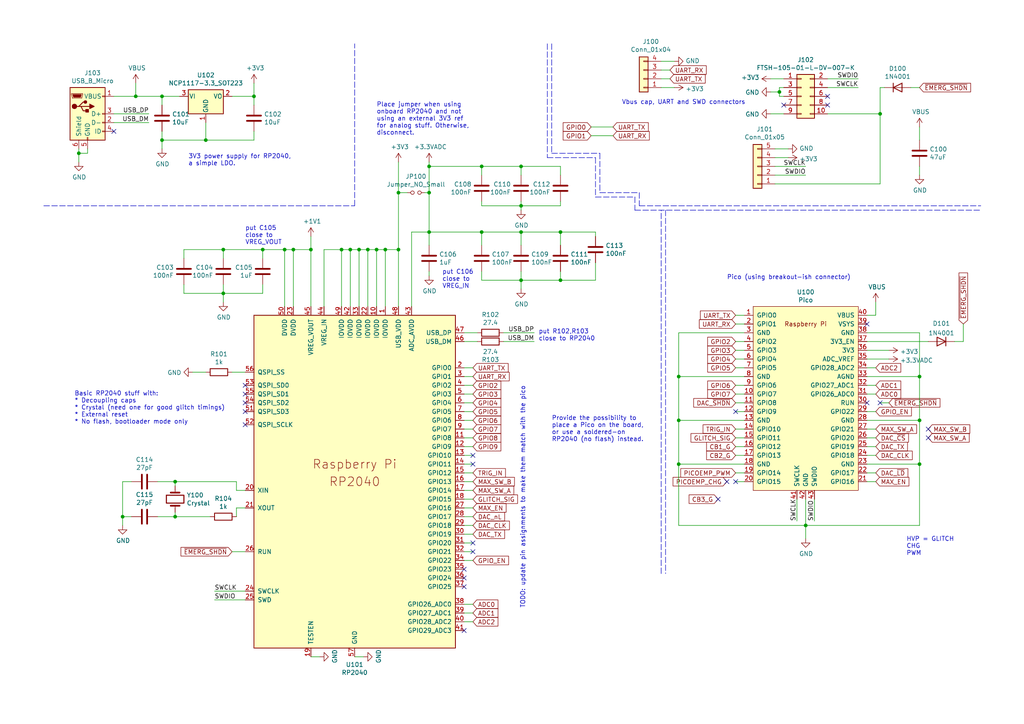
<source format=kicad_sch>
(kicad_sch (version 20211123) (generator eeschema)
  (paper "A4")
  (lib_symbols
    (symbol "Connector:USB_B_Micro" (pin_names (offset 1.016))
      (property "Reference" "J" (at -5.08 11.43 0))
      (property "Value" "USB_B_Micro" (at -5.08 8.89 0))
      (symbol "USB_B_Micro_1_1"
        (pin power_out line (at 7.62 5.08 180) (length 2.54) (name "VBUS") (number "1"))
        (pin bidirectional line (at 7.62 -2.54 180) (length 2.54) (name "D-") (number "2"))
        (pin bidirectional line (at 7.62 0 180) (length 2.54) (name "D+") (number "3"))
        (pin passive line (at 7.62 -5.08 180) (length 2.54) (name "ID") (number "4"))
        (pin power_out line (at 0 -10.16 90) (length 2.54) (name "GND") (number "5"))
        (pin passive line (at -2.54 -10.16 90) (length 2.54) (name "Shield") (number "6"))
      )
    )
    (symbol "Connector_Generic:Conn_01x04" (pin_names (offset 1.016) hide)
      (property "Reference" "J" (at 0 5.08 0))
      (property "Value" "Conn_01x04" (at 0 -7.62 0))
      (symbol "Conn_01x04_1_1"
        (pin passive line (at -5.08 2.54 0) (length 3.81) (name "Pin_1") (number "1"))
        (pin passive line (at -5.08 0 0) (length 3.81) (name "Pin_2") (number "2"))
        (pin passive line (at -5.08 -2.54 0) (length 3.81) (name "Pin_3") (number "3"))
        (pin passive line (at -5.08 -5.08 0) (length 3.81) (name "Pin_4") (number "4"))
      )
    )
    (symbol "Connector_Generic:Conn_01x05" (pin_names (offset 1.016) hide)
      (property "Reference" "J" (at 0 7.62 0))
      (property "Value" "Conn_01x05" (at 0 -7.62 0))
      (symbol "Conn_01x05_1_1"
        (pin passive line (at -5.08 5.08 0) (length 3.81) (name "Pin_1") (number "1"))
        (pin passive line (at -5.08 2.54 0) (length 3.81) (name "Pin_2") (number "2"))
        (pin passive line (at -5.08 0 0) (length 3.81) (name "Pin_3") (number "3"))
        (pin passive line (at -5.08 -2.54 0) (length 3.81) (name "Pin_4") (number "4"))
        (pin passive line (at -5.08 -5.08 0) (length 3.81) (name "Pin_5") (number "5"))
      )
    )
    (symbol "Connector_Generic:Conn_02x05_Odd_Even" (pin_names (offset 1.016) hide)
      (property "Reference" "J" (at 1.27 7.62 0))
      (property "Value" "Conn_02x05_Odd_Even" (at 1.27 -7.62 0))
      (symbol "Conn_02x05_Odd_Even_1_1"
        (pin passive line (at -5.08 5.08 0) (length 3.81) (name "Pin_1") (number "1"))
        (pin passive line (at 7.62 -5.08 180) (length 3.81) (name "Pin_10") (number "10"))
        (pin passive line (at 7.62 5.08 180) (length 3.81) (name "Pin_2") (number "2"))
        (pin passive line (at -5.08 2.54 0) (length 3.81) (name "Pin_3") (number "3"))
        (pin passive line (at 7.62 2.54 180) (length 3.81) (name "Pin_4") (number "4"))
        (pin passive line (at -5.08 0 0) (length 3.81) (name "Pin_5") (number "5"))
        (pin passive line (at 7.62 0 180) (length 3.81) (name "Pin_6") (number "6"))
        (pin passive line (at -5.08 -2.54 0) (length 3.81) (name "Pin_7") (number "7"))
        (pin passive line (at 7.62 -2.54 180) (length 3.81) (name "Pin_8") (number "8"))
        (pin passive line (at -5.08 -5.08 0) (length 3.81) (name "Pin_9") (number "9"))
      )
    )
    (symbol "Device:C" (pin_numbers hide) (pin_names (offset 0.254))
      (property "Reference" "C" (at 0.635 2.54 0))
      (property "Value" "C" (at 0.635 -2.54 0))
      (symbol "C_1_1"
        (pin passive line (at 0 3.81 270) (length 2.794) (name "~") (number "1"))
        (pin passive line (at 0 -3.81 90) (length 2.794) (name "~") (number "2"))
      )
    )
    (symbol "Device:Crystal" (pin_numbers hide) (pin_names (offset 1.016) hide)
      (property "Reference" "Y" (at 0 3.81 0))
      (property "Value" "Crystal" (at 0 -3.81 0))
      (symbol "Crystal_1_1"
        (pin passive line (at -3.81 0 0) (length 1.27) (name "1") (number "1"))
        (pin passive line (at 3.81 0 180) (length 1.27) (name "2") (number "2"))
      )
    )
    (symbol "Device:D" (pin_numbers hide) (pin_names (offset 1.016) hide)
      (property "Reference" "D" (at 0 2.54 0))
      (property "Value" "D" (at 0 -2.54 0))
      (symbol "D_1_1"
        (pin passive line (at -3.81 0 0) (length 2.54) (name "K") (number "1"))
        (pin passive line (at 3.81 0 180) (length 2.54) (name "A") (number "2"))
      )
    )
    (symbol "Device:Jumper_NO_Small" (pin_numbers hide) (pin_names (offset 0.762) hide)
      (property "Reference" "JP" (at 0 2.032 0))
      (property "Value" "Device_Jumper_NO_Small" (at 0.254 -1.524 0))
      (symbol "Jumper_NO_Small_0_1"
        (pin passive line (at -2.54 0 0) (length 1.016) (name "1") (number "1"))
        (pin passive line (at 2.54 0 180) (length 1.016) (name "2") (number "2"))
      )
    )
    (symbol "Device:R" (pin_numbers hide) (pin_names (offset 0))
      (property "Reference" "R" (at 2.032 0 90))
      (property "Value" "R" (at 0 0 90))
      (symbol "R_1_1"
        (pin passive line (at 0 3.81 270) (length 1.27) (name "~") (number "1"))
        (pin passive line (at 0 -3.81 90) (length 1.27) (name "~") (number "2"))
      )
    )
    (symbol "Diode:1N4001" (pin_numbers hide) (pin_names (offset 1.016) hide)
      (property "Reference" "D" (at 0 2.54 0))
      (property "Value" "1N4001" (at 0 -2.54 0))
      (symbol "1N4001_1_1"
        (pin passive line (at -3.81 0 0) (length 2.54) (name "K") (number "1"))
        (pin passive line (at 3.81 0 180) (length 2.54) (name "A") (number "2"))
      )
    )
    (symbol "MCU_RaspberryPi_and_Boards:Pico" (pin_names (offset 1.016))
      (property "Reference" "U" (at -13.97 27.94 0))
      (property "Value" "Pico" (at 0 19.05 0))
      (symbol "Pico_0_0"
        (text "Raspberry Pi" (at 0 21.59 0) (effects (font (size 1.27 1.27))))
      )
      (symbol "Pico_1_1"
        (pin bidirectional line (at -17.78 24.13 0) (length 2.54) (name "GPIO0") (number "1"))
        (pin bidirectional line (at -17.78 1.27 0) (length 2.54) (name "GPIO7") (number "10"))
        (pin bidirectional line (at -17.78 -1.27 0) (length 2.54) (name "GPIO8") (number "11"))
        (pin bidirectional line (at -17.78 -3.81 0) (length 2.54) (name "GPIO9") (number "12"))
        (pin power_in line (at -17.78 -6.35 0) (length 2.54) (name "GND") (number "13"))
        (pin bidirectional line (at -17.78 -8.89 0) (length 2.54) (name "GPIO10") (number "14"))
        (pin bidirectional line (at -17.78 -11.43 0) (length 2.54) (name "GPIO11") (number "15"))
        (pin bidirectional line (at -17.78 -13.97 0) (length 2.54) (name "GPIO12") (number "16"))
        (pin bidirectional line (at -17.78 -16.51 0) (length 2.54) (name "GPIO13") (number "17"))
        (pin power_in line (at -17.78 -19.05 0) (length 2.54) (name "GND") (number "18"))
        (pin bidirectional line (at -17.78 -21.59 0) (length 2.54) (name "GPIO14") (number "19"))
        (pin bidirectional line (at -17.78 21.59 0) (length 2.54) (name "GPIO1") (number "2"))
        (pin bidirectional line (at -17.78 -24.13 0) (length 2.54) (name "GPIO15") (number "20"))
        (pin bidirectional line (at 17.78 -24.13 180) (length 2.54) (name "GPIO16") (number "21"))
        (pin bidirectional line (at 17.78 -21.59 180) (length 2.54) (name "GPIO17") (number "22"))
        (pin power_in line (at 17.78 -19.05 180) (length 2.54) (name "GND") (number "23"))
        (pin bidirectional line (at 17.78 -16.51 180) (length 2.54) (name "GPIO18") (number "24"))
        (pin bidirectional line (at 17.78 -13.97 180) (length 2.54) (name "GPIO19") (number "25"))
        (pin bidirectional line (at 17.78 -11.43 180) (length 2.54) (name "GPIO20") (number "26"))
        (pin bidirectional line (at 17.78 -8.89 180) (length 2.54) (name "GPIO21") (number "27"))
        (pin power_in line (at 17.78 -6.35 180) (length 2.54) (name "GND") (number "28"))
        (pin bidirectional line (at 17.78 -3.81 180) (length 2.54) (name "GPIO22") (number "29"))
        (pin power_in line (at -17.78 19.05 0) (length 2.54) (name "GND") (number "3"))
        (pin input line (at 17.78 -1.27 180) (length 2.54) (name "RUN") (number "30"))
        (pin bidirectional line (at 17.78 1.27 180) (length 2.54) (name "GPIO26_ADC0") (number "31"))
        (pin bidirectional line (at 17.78 3.81 180) (length 2.54) (name "GPIO27_ADC1") (number "32"))
        (pin power_in line (at 17.78 6.35 180) (length 2.54) (name "AGND") (number "33"))
        (pin bidirectional line (at 17.78 8.89 180) (length 2.54) (name "GPIO28_ADC2") (number "34"))
        (pin unspecified line (at 17.78 11.43 180) (length 2.54) (name "ADC_VREF") (number "35"))
        (pin unspecified line (at 17.78 13.97 180) (length 2.54) (name "3V3") (number "36"))
        (pin input line (at 17.78 16.51 180) (length 2.54) (name "3V3_EN") (number "37"))
        (pin bidirectional line (at 17.78 19.05 180) (length 2.54) (name "GND") (number "38"))
        (pin unspecified line (at 17.78 21.59 180) (length 2.54) (name "VSYS") (number "39"))
        (pin bidirectional line (at -17.78 16.51 0) (length 2.54) (name "GPIO2") (number "4"))
        (pin unspecified line (at 17.78 24.13 180) (length 2.54) (name "VBUS") (number "40"))
        (pin input line (at -2.54 -29.21 90) (length 2.54) (name "SWCLK") (number "41"))
        (pin power_in line (at 0 -29.21 90) (length 2.54) (name "GND") (number "42"))
        (pin bidirectional line (at 2.54 -29.21 90) (length 2.54) (name "SWDIO") (number "43"))
        (pin bidirectional line (at -17.78 13.97 0) (length 2.54) (name "GPIO3") (number "5"))
        (pin bidirectional line (at -17.78 11.43 0) (length 2.54) (name "GPIO4") (number "6"))
        (pin bidirectional line (at -17.78 8.89 0) (length 2.54) (name "GPIO5") (number "7"))
        (pin power_in line (at -17.78 6.35 0) (length 2.54) (name "GND") (number "8"))
        (pin bidirectional line (at -17.78 3.81 0) (length 2.54) (name "GPIO6") (number "9"))
      )
    )
    (symbol "MCU_RaspberryPi_and_Boards:RP2040" (pin_names (offset 1.016))
      (property "Reference" "U" (at -29.21 49.53 0))
      (property "Value" "RP2040" (at 24.13 -49.53 0))
      (symbol "RP2040_0_0"
        (text "Raspberry Pi" (at 0 5.08 0) (effects (font (size 2.54 2.54))))
        (text "RP2040" (at 0 0 0) (effects (font (size 2.54 2.54))))
      )
      (symbol "RP2040_1_1"
        (pin power_in line (at 8.89 50.8 270) (length 2.54) (name "IOVDD") (number "1"))
        (pin power_in line (at 6.35 50.8 270) (length 2.54) (name "IOVDD") (number "10"))
        (pin bidirectional line (at 31.75 12.7 180) (length 2.54) (name "GPIO8") (number "11"))
        (pin bidirectional line (at 31.75 10.16 180) (length 2.54) (name "GPIO9") (number "12"))
        (pin bidirectional line (at 31.75 7.62 180) (length 2.54) (name "GPIO10") (number "13"))
        (pin bidirectional line (at 31.75 5.08 180) (length 2.54) (name "GPIO11") (number "14"))
        (pin bidirectional line (at 31.75 2.54 180) (length 2.54) (name "GPIO12") (number "15"))
        (pin bidirectional line (at 31.75 0 180) (length 2.54) (name "GPIO13") (number "16"))
        (pin bidirectional line (at 31.75 -2.54 180) (length 2.54) (name "GPIO14") (number "17"))
        (pin bidirectional line (at 31.75 -5.08 180) (length 2.54) (name "GPIO15") (number "18"))
        (pin passive line (at -12.7 -50.8 90) (length 2.54) (name "TESTEN") (number "19"))
        (pin bidirectional line (at 31.75 33.02 180) (length 2.54) (name "GPIO0") (number "2"))
        (pin input line (at -31.75 -2.54 0) (length 2.54) (name "XIN") (number "20"))
        (pin passive line (at -31.75 -7.62 0) (length 2.54) (name "XOUT") (number "21"))
        (pin power_in line (at 3.81 50.8 270) (length 2.54) (name "IOVDD") (number "22"))
        (pin power_in line (at -17.78 50.8 270) (length 2.54) (name "DVDD") (number "23"))
        (pin output line (at -31.75 -31.75 0) (length 2.54) (name "SWCLK") (number "24"))
        (pin bidirectional line (at -31.75 -34.29 0) (length 2.54) (name "SWD") (number "25"))
        (pin input line (at -31.75 -20.32 0) (length 2.54) (name "RUN") (number "26"))
        (pin bidirectional line (at 31.75 -7.62 180) (length 2.54) (name "GPIO16") (number "27"))
        (pin bidirectional line (at 31.75 -10.16 180) (length 2.54) (name "GPIO17") (number "28"))
        (pin bidirectional line (at 31.75 -12.7 180) (length 2.54) (name "GPIO18") (number "29"))
        (pin bidirectional line (at 31.75 30.48 180) (length 2.54) (name "GPIO1") (number "3"))
        (pin bidirectional line (at 31.75 -15.24 180) (length 2.54) (name "GPIO19") (number "30"))
        (pin bidirectional line (at 31.75 -17.78 180) (length 2.54) (name "GPIO20") (number "31"))
        (pin bidirectional line (at 31.75 -20.32 180) (length 2.54) (name "GPIO21") (number "32"))
        (pin power_in line (at 1.27 50.8 270) (length 2.54) (name "IOVDD") (number "33"))
        (pin bidirectional line (at 31.75 -22.86 180) (length 2.54) (name "GPIO22") (number "34"))
        (pin bidirectional line (at 31.75 -25.4 180) (length 2.54) (name "GPIO23") (number "35"))
        (pin bidirectional line (at 31.75 -27.94 180) (length 2.54) (name "GPIO24") (number "36"))
        (pin bidirectional line (at 31.75 -30.48 180) (length 2.54) (name "GPIO25") (number "37"))
        (pin bidirectional line (at 31.75 -35.56 180) (length 2.54) (name "GPIO26_ADC0") (number "38"))
        (pin bidirectional line (at 31.75 -38.1 180) (length 2.54) (name "GPIO27_ADC1") (number "39"))
        (pin bidirectional line (at 31.75 27.94 180) (length 2.54) (name "GPIO2") (number "4"))
        (pin bidirectional line (at 31.75 -40.64 180) (length 2.54) (name "GPIO28_ADC2") (number "40"))
        (pin bidirectional line (at 31.75 -43.18 180) (length 2.54) (name "GPIO29_ADC3") (number "41"))
        (pin power_in line (at -1.27 50.8 270) (length 2.54) (name "IOVDD") (number "42"))
        (pin power_in line (at 16.51 50.8 270) (length 2.54) (name "ADC_AVDD") (number "43"))
        (pin power_in line (at -8.89 50.8 270) (length 2.54) (name "VREG_IN") (number "44"))
        (pin power_out line (at -12.7 50.8 270) (length 2.54) (name "VREG_VOUT") (number "45"))
        (pin bidirectional line (at 31.75 40.64 180) (length 2.54) (name "USB_DM") (number "46"))
        (pin bidirectional line (at 31.75 43.18 180) (length 2.54) (name "USB_DP") (number "47"))
        (pin power_in line (at 12.7 50.8 270) (length 2.54) (name "USB_VDD") (number "48"))
        (pin power_in line (at -3.81 50.8 270) (length 2.54) (name "IOVDD") (number "49"))
        (pin bidirectional line (at 31.75 25.4 180) (length 2.54) (name "GPIO3") (number "5"))
        (pin power_in line (at -20.32 50.8 270) (length 2.54) (name "DVDD") (number "50"))
        (pin bidirectional line (at -31.75 20.32 0) (length 2.54) (name "QSPI_SD3") (number "51"))
        (pin output line (at -31.75 16.51 0) (length 2.54) (name "QSPI_SCLK") (number "52"))
        (pin bidirectional line (at -31.75 27.94 0) (length 2.54) (name "QSPI_SD0") (number "53"))
        (pin bidirectional line (at -31.75 22.86 0) (length 2.54) (name "QSPI_SD2") (number "54"))
        (pin bidirectional line (at -31.75 25.4 0) (length 2.54) (name "QSPI_SD1") (number "55"))
        (pin bidirectional line (at -31.75 31.75 0) (length 2.54) (name "QSPI_SS") (number "56"))
        (pin power_in line (at 0 -50.8 90) (length 2.54) (name "GND") (number "57"))
        (pin bidirectional line (at 31.75 22.86 180) (length 2.54) (name "GPIO4") (number "6"))
        (pin bidirectional line (at 31.75 20.32 180) (length 2.54) (name "GPIO5") (number "7"))
        (pin bidirectional line (at 31.75 17.78 180) (length 2.54) (name "GPIO6") (number "8"))
        (pin bidirectional line (at 31.75 15.24 180) (length 2.54) (name "GPIO7") (number "9"))
      )
    )
    (symbol "Regulator_Linear:NCP1117-3.3_SOT223" (pin_names (offset 0.254))
      (property "Reference" "U" (at -3.81 3.175 0))
      (property "Value" "NCP1117-3.3_SOT223" (at 0 3.175 0))
      (symbol "NCP1117-3.3_SOT223_1_1"
        (pin power_in line (at 0 -7.62 90) (length 2.54) (name "GND") (number "1"))
        (pin power_out line (at 7.62 0 180) (length 2.54) (name "VO") (number "2"))
        (pin power_in line (at -7.62 0 0) (length 2.54) (name "VI") (number "3"))
      )
    )
    (symbol "power:+1V1" (power) (pin_names (offset 0))
      (property "Value" "+1V1" (at 0 3.556 0))
      (symbol "+1V1_1_1"
        (pin power_in line (at 0 0 90) (length 0) hide (name "+1V1") (number "1"))
      )
    )
    (symbol "power:+3.3VADC" (power) (pin_names (offset 0))
      (property "Value" "+3.3VADC" (at 0 2.54 0))
      (symbol "+3.3VADC_0_0"
        (pin power_in line (at 0 0 90) (length 0) hide (name "+3.3VADC") (number "1"))
      )
    )
    (symbol "power:+3V3" (power) (pin_names (offset 0))
      (property "Value" "+3V3" (at 0 3.556 0))
      (symbol "+3V3_1_1"
        (pin power_in line (at 0 0 90) (length 0) hide (name "+3V3") (number "1"))
      )
    )
    (symbol "power:GND" (power) (pin_names (offset 0))
      (property "Value" "GND" (at 0 -3.81 0))
      (symbol "GND_1_1"
        (pin power_in line (at 0 0 270) (length 0) hide (name "GND") (number "1"))
      )
    )
    (symbol "power:VBUS" (power) (pin_names (offset 0))
      (property "Value" "VBUS" (at 0 3.81 0))
      (symbol "VBUS_1_1"
        (pin power_in line (at 0 0 90) (length 0) hide (name "VBUS") (number "1"))
      )
    )
  )
  (junction (at 233.68 152.4))
  (junction (at 151.13 81.28))
  (junction (at 82.55 72.39))
  (junction (at 266.7 109.22))
  (junction (at 90.17 72.39))
  (junction (at 59.69 40.64))
  (junction (at 162.56 67.31))
  (junction (at 104.14 72.39))
  (junction (at 106.68 72.39))
  (junction (at 115.57 55.88))
  (junction (at 124.46 55.88))
  (junction (at 196.85 134.62))
  (junction (at 76.2 72.39))
  (junction (at 255.27 33.02))
  (junction (at 111.76 72.39))
  (junction (at 109.22 72.39))
  (junction (at 139.7 67.31))
  (junction (at 99.06 72.39))
  (junction (at 115.57 72.39))
  (junction (at 46.99 40.64))
  (junction (at 139.7 48.26))
  (junction (at 124.46 67.31))
  (junction (at 39.37 27.94))
  (junction (at 196.85 109.22))
  (junction (at 124.46 48.26))
  (junction (at 50.8 139.7))
  (junction (at 266.7 121.92))
  (junction (at 266.7 134.62))
  (junction (at 151.13 59.69))
  (junction (at 50.8 149.86))
  (junction (at 22.86 44.45))
  (junction (at 64.77 85.09))
  (junction (at 85.09 72.39))
  (junction (at 151.13 67.31))
  (junction (at 226.06 26.67))
  (junction (at 151.13 48.26))
  (junction (at 35.56 149.86))
  (junction (at 64.77 72.39))
  (junction (at 196.85 121.92))
  (junction (at 101.6 72.39))
  (junction (at 73.66 27.94))
  (junction (at 46.99 27.94))
  (junction (at 162.56 81.28))
  (no_connect (at 251.46 116.84))
  (no_connect (at 269.24 127))
  (no_connect (at 269.24 124.46))
  (no_connect (at 134.62 170.18))
  (no_connect (at 134.62 182.88))
  (no_connect (at 71.12 114.3))
  (no_connect (at 71.12 123.19))
  (no_connect (at 227.33 30.48))
  (no_connect (at 137.16 160.02))
  (no_connect (at 33.02 38.1))
  (no_connect (at 255.27 116.84))
  (no_connect (at 71.12 111.76))
  (no_connect (at 213.36 119.38))
  (no_connect (at 240.03 27.94))
  (no_connect (at 134.62 167.64))
  (no_connect (at 251.46 93.98))
  (no_connect (at 137.16 132.08))
  (no_connect (at 137.16 134.62))
  (no_connect (at 137.16 157.48))
  (no_connect (at 208.28 144.78))
  (no_connect (at 134.62 165.1))
  (no_connect (at 71.12 119.38))
  (no_connect (at 240.03 30.48))
  (no_connect (at 210.82 139.7))
  (no_connect (at 213.36 139.7))
  (no_connect (at 71.12 116.84))
  (wire (pts (xy 67.31 107.95) (xy 71.12 107.95)))
  (wire (pts (xy 215.9 129.54) (xy 213.36 129.54)))
  (wire (pts (xy 137.16 157.48) (xy 134.62 157.48)))
  (wire (pts (xy 115.57 55.88) (xy 115.57 72.39)))
  (wire (pts (xy 139.7 67.31) (xy 151.13 67.31)))
  (wire (pts (xy 71.12 142.24) (xy 68.58 142.24)))
  (wire (pts (xy 226.06 26.67) (xy 223.52 26.67)))
  (wire (pts (xy 53.34 85.09) (xy 53.34 82.55)))
  (wire (pts (xy 53.34 72.39) (xy 64.77 72.39)))
  (wire (pts (xy 196.85 121.92) (xy 196.85 134.62)))
  (wire (pts (xy 251.46 132.08) (xy 254 132.08)))
  (wire (pts (xy 134.62 106.68) (xy 137.16 106.68)))
  (wire (pts (xy 151.13 59.69) (xy 162.56 59.69)))
  (wire (pts (xy 266.7 134.62) (xy 266.7 121.92)))
  (wire (pts (xy 134.62 119.38) (xy 137.16 119.38)))
  (wire (pts (xy 139.7 81.28) (xy 139.7 78.74)))
  (wire (pts (xy 146.05 96.52) (xy 154.94 96.52)))
  (wire (pts (xy 215.9 96.52) (xy 196.85 96.52)))
  (wire (pts (xy 266.7 40.64) (xy 266.7 36.83)))
  (polyline (pts (xy 185.42 55.88) (xy 185.42 59.69)))
  (wire (pts (xy 233.68 152.4) (xy 233.68 156.21)))
  (wire (pts (xy 226.06 27.94) (xy 227.33 27.94)))
  (polyline (pts (xy 173.99 44.45) (xy 173.99 55.88)))
  (wire (pts (xy 226.06 26.67) (xy 226.06 27.94)))
  (wire (pts (xy 50.8 140.97) (xy 50.8 139.7)))
  (wire (pts (xy 134.62 111.76) (xy 137.16 111.76)))
  (wire (pts (xy 137.16 124.46) (xy 134.62 124.46)))
  (wire (pts (xy 73.66 27.94) (xy 73.66 30.48)))
  (wire (pts (xy 134.62 132.08) (xy 137.16 132.08)))
  (wire (pts (xy 213.36 119.38) (xy 215.9 119.38)))
  (wire (pts (xy 162.56 59.69) (xy 162.56 58.42)))
  (wire (pts (xy 76.2 72.39) (xy 76.2 74.93)))
  (wire (pts (xy 171.45 36.83) (xy 177.8 36.83)))
  (wire (pts (xy 119.38 67.31) (xy 119.38 88.9)))
  (wire (pts (xy 257.81 101.6) (xy 251.46 101.6)))
  (wire (pts (xy 134.62 137.16) (xy 137.16 137.16)))
  (wire (pts (xy 266.7 50.8) (xy 266.7 48.26)))
  (wire (pts (xy 196.85 121.92) (xy 196.85 109.22)))
  (wire (pts (xy 151.13 81.28) (xy 139.7 81.28)))
  (wire (pts (xy 251.46 111.76) (xy 254 111.76)))
  (wire (pts (xy 137.16 177.8) (xy 134.62 177.8)))
  (wire (pts (xy 266.7 109.22) (xy 251.46 109.22)))
  (wire (pts (xy 171.45 39.37) (xy 177.8 39.37)))
  (wire (pts (xy 137.16 144.78) (xy 134.62 144.78)))
  (wire (pts (xy 45.72 149.86) (xy 50.8 149.86)))
  (polyline (pts (xy 158.75 12.7) (xy 158.75 45.72)))
  (polyline (pts (xy 172.72 57.15) (xy 184.15 57.15)))
  (wire (pts (xy 213.36 106.68) (xy 215.9 106.68)))
  (wire (pts (xy 224.79 53.34) (xy 255.27 53.34)))
  (wire (pts (xy 137.16 162.56) (xy 134.62 162.56)))
  (wire (pts (xy 73.66 40.64) (xy 73.66 38.1)))
  (wire (pts (xy 213.36 139.7) (xy 215.9 139.7)))
  (wire (pts (xy 162.56 81.28) (xy 151.13 81.28)))
  (wire (pts (xy 151.13 78.74) (xy 151.13 81.28)))
  (wire (pts (xy 255.27 53.34) (xy 255.27 33.02)))
  (wire (pts (xy 124.46 55.88) (xy 124.46 67.31)))
  (wire (pts (xy 52.07 27.94) (xy 46.99 27.94)))
  (wire (pts (xy 134.62 147.32) (xy 137.16 147.32)))
  (wire (pts (xy 46.99 43.18) (xy 46.99 40.64)))
  (wire (pts (xy 46.99 40.64) (xy 59.69 40.64)))
  (wire (pts (xy 139.7 67.31) (xy 139.7 71.12)))
  (wire (pts (xy 172.72 67.31) (xy 172.72 68.58)))
  (wire (pts (xy 111.76 72.39) (xy 115.57 72.39)))
  (wire (pts (xy 137.16 134.62) (xy 134.62 134.62)))
  (wire (pts (xy 105.41 190.5) (xy 102.87 190.5)))
  (wire (pts (xy 257.81 116.84) (xy 255.27 116.84)))
  (wire (pts (xy 124.46 55.88) (xy 124.46 48.26)))
  (wire (pts (xy 233.68 144.78) (xy 233.68 152.4)))
  (wire (pts (xy 101.6 88.9) (xy 101.6 72.39)))
  (wire (pts (xy 35.56 139.7) (xy 38.1 139.7)))
  (wire (pts (xy 251.46 91.44) (xy 254 91.44)))
  (wire (pts (xy 266.7 96.52) (xy 251.46 96.52)))
  (wire (pts (xy 139.7 58.42) (xy 139.7 59.69)))
  (wire (pts (xy 213.36 127) (xy 215.9 127)))
  (wire (pts (xy 255.27 25.4) (xy 255.27 33.02)))
  (wire (pts (xy 139.7 48.26) (xy 139.7 50.8)))
  (wire (pts (xy 134.62 127) (xy 137.16 127)))
  (wire (pts (xy 64.77 72.39) (xy 64.77 74.93)))
  (wire (pts (xy 50.8 139.7) (xy 68.58 139.7)))
  (wire (pts (xy 172.72 76.2) (xy 172.72 81.28)))
  (wire (pts (xy 213.36 132.08) (xy 215.9 132.08)))
  (wire (pts (xy 134.62 121.92) (xy 137.16 121.92)))
  (wire (pts (xy 224.79 48.26) (xy 233.68 48.26)))
  (wire (pts (xy 109.22 72.39) (xy 111.76 72.39)))
  (wire (pts (xy 93.98 88.9) (xy 93.98 72.39)))
  (wire (pts (xy 191.77 17.78) (xy 195.58 17.78)))
  (wire (pts (xy 134.62 99.06) (xy 138.43 99.06)))
  (wire (pts (xy 162.56 78.74) (xy 162.56 81.28)))
  (wire (pts (xy 137.16 149.86) (xy 134.62 149.86)))
  (wire (pts (xy 137.16 116.84) (xy 134.62 116.84)))
  (wire (pts (xy 196.85 109.22) (xy 215.9 109.22)))
  (wire (pts (xy 266.7 121.92) (xy 251.46 121.92)))
  (polyline (pts (xy 158.75 45.72) (xy 172.72 45.72)))
  (wire (pts (xy 240.03 33.02) (xy 255.27 33.02)))
  (polyline (pts (xy 191.77 166.37) (xy 191.77 60.96)))
  (wire (pts (xy 25.4 44.45) (xy 25.4 43.18)))
  (wire (pts (xy 224.79 43.18) (xy 228.6 43.18)))
  (wire (pts (xy 134.62 180.34) (xy 137.16 180.34)))
  (wire (pts (xy 115.57 46.99) (xy 115.57 55.88)))
  (wire (pts (xy 115.57 88.9) (xy 115.57 72.39)))
  (wire (pts (xy 104.14 72.39) (xy 106.68 72.39)))
  (wire (pts (xy 151.13 48.26) (xy 162.56 48.26)))
  (wire (pts (xy 67.31 27.94) (xy 73.66 27.94)))
  (wire (pts (xy 255.27 25.4) (xy 256.54 25.4)))
  (wire (pts (xy 254 119.38) (xy 251.46 119.38)))
  (wire (pts (xy 60.96 149.86) (xy 50.8 149.86)))
  (wire (pts (xy 46.99 40.64) (xy 46.99 38.1)))
  (wire (pts (xy 266.7 152.4) (xy 266.7 134.62)))
  (wire (pts (xy 82.55 72.39) (xy 82.55 88.9)))
  (wire (pts (xy 68.58 139.7) (xy 68.58 142.24)))
  (wire (pts (xy 33.02 33.02) (xy 43.18 33.02)))
  (wire (pts (xy 264.16 25.4) (xy 266.7 25.4)))
  (wire (pts (xy 254 137.16) (xy 251.46 137.16)))
  (wire (pts (xy 64.77 85.09) (xy 76.2 85.09)))
  (polyline (pts (xy 160.02 44.45) (xy 173.99 44.45)))
  (wire (pts (xy 196.85 152.4) (xy 233.68 152.4)))
  (wire (pts (xy 254 91.44) (xy 254 87.63)))
  (wire (pts (xy 146.05 99.06) (xy 154.94 99.06)))
  (wire (pts (xy 35.56 152.4) (xy 35.56 149.86)))
  (wire (pts (xy 123.19 55.88) (xy 124.46 55.88)))
  (wire (pts (xy 139.7 48.26) (xy 151.13 48.26)))
  (wire (pts (xy 68.58 147.32) (xy 71.12 147.32)))
  (wire (pts (xy 118.11 55.88) (xy 115.57 55.88)))
  (wire (pts (xy 251.46 99.06) (xy 269.24 99.06)))
  (wire (pts (xy 134.62 96.52) (xy 138.43 96.52)))
  (wire (pts (xy 279.4 99.06) (xy 276.86 99.06)))
  (wire (pts (xy 233.68 152.4) (xy 266.7 152.4)))
  (wire (pts (xy 124.46 71.12) (xy 124.46 67.31)))
  (wire (pts (xy 240.03 25.4) (xy 248.92 25.4)))
  (wire (pts (xy 134.62 160.02) (xy 137.16 160.02)))
  (wire (pts (xy 99.06 72.39) (xy 101.6 72.39)))
  (wire (pts (xy 39.37 24.13) (xy 39.37 27.94)))
  (wire (pts (xy 38.1 149.86) (xy 35.56 149.86)))
  (polyline (pts (xy 185.42 59.69) (xy 284.48 59.69)))
  (wire (pts (xy 226.06 25.4) (xy 226.06 26.67)))
  (wire (pts (xy 162.56 67.31) (xy 172.72 67.31)))
  (wire (pts (xy 240.03 22.86) (xy 248.92 22.86)))
  (wire (pts (xy 101.6 72.39) (xy 104.14 72.39)))
  (wire (pts (xy 251.46 127) (xy 254 127)))
  (wire (pts (xy 215.9 124.46) (xy 213.36 124.46)))
  (wire (pts (xy 99.06 88.9) (xy 99.06 72.39)))
  (wire (pts (xy 50.8 149.86) (xy 50.8 148.59)))
  (wire (pts (xy 35.56 149.86) (xy 35.56 139.7)))
  (wire (pts (xy 137.16 154.94) (xy 134.62 154.94)))
  (wire (pts (xy 62.23 171.45) (xy 71.12 171.45)))
  (polyline (pts (xy 184.15 57.15) (xy 184.15 60.96)))
  (wire (pts (xy 227.33 33.02) (xy 223.52 33.02)))
  (wire (pts (xy 64.77 82.55) (xy 64.77 85.09)))
  (wire (pts (xy 151.13 81.28) (xy 151.13 83.82)))
  (wire (pts (xy 137.16 139.7) (xy 134.62 139.7)))
  (wire (pts (xy 151.13 59.69) (xy 151.13 60.96)))
  (wire (pts (xy 134.62 175.26) (xy 137.16 175.26)))
  (polyline (pts (xy 172.72 45.72) (xy 172.72 57.15)))
  (polyline (pts (xy 173.99 55.88) (xy 185.42 55.88)))
  (wire (pts (xy 254 124.46) (xy 251.46 124.46)))
  (wire (pts (xy 213.36 93.98) (xy 215.9 93.98)))
  (wire (pts (xy 137.16 129.54) (xy 134.62 129.54)))
  (wire (pts (xy 62.23 173.99) (xy 71.12 173.99)))
  (wire (pts (xy 162.56 48.26) (xy 162.56 50.8)))
  (wire (pts (xy 106.68 88.9) (xy 106.68 72.39)))
  (wire (pts (xy 124.46 48.26) (xy 139.7 48.26)))
  (polyline (pts (xy 193.04 60.96) (xy 193.04 166.37)))
  (wire (pts (xy 67.31 160.02) (xy 71.12 160.02)))
  (wire (pts (xy 55.88 107.95) (xy 59.69 107.95)))
  (wire (pts (xy 106.68 72.39) (xy 109.22 72.39)))
  (wire (pts (xy 90.17 190.5) (xy 92.71 190.5)))
  (wire (pts (xy 39.37 27.94) (xy 46.99 27.94)))
  (wire (pts (xy 151.13 67.31) (xy 151.13 71.12)))
  (wire (pts (xy 134.62 152.4) (xy 137.16 152.4)))
  (wire (pts (xy 85.09 72.39) (xy 90.17 72.39)))
  (wire (pts (xy 53.34 85.09) (xy 64.77 85.09)))
  (wire (pts (xy 151.13 48.26) (xy 151.13 50.8)))
  (wire (pts (xy 22.86 44.45) (xy 22.86 43.18)))
  (wire (pts (xy 104.14 88.9) (xy 104.14 72.39)))
  (wire (pts (xy 227.33 25.4) (xy 226.06 25.4)))
  (wire (pts (xy 172.72 81.28) (xy 162.56 81.28)))
  (wire (pts (xy 90.17 68.58) (xy 90.17 72.39)))
  (wire (pts (xy 257.81 104.14) (xy 251.46 104.14)))
  (wire (pts (xy 266.7 121.92) (xy 266.7 109.22)))
  (polyline (pts (xy 102.87 59.69) (xy 102.87 12.7)))
  (wire (pts (xy 93.98 72.39) (xy 99.06 72.39)))
  (wire (pts (xy 137.16 109.22) (xy 134.62 109.22)))
  (wire (pts (xy 196.85 134.62) (xy 215.9 134.62)))
  (wire (pts (xy 68.58 149.86) (xy 68.58 147.32)))
  (wire (pts (xy 85.09 72.39) (xy 85.09 88.9)))
  (wire (pts (xy 76.2 72.39) (xy 82.55 72.39)))
  (wire (pts (xy 111.76 88.9) (xy 111.76 72.39)))
  (wire (pts (xy 215.9 137.16) (xy 213.36 137.16)))
  (wire (pts (xy 82.55 72.39) (xy 85.09 72.39)))
  (wire (pts (xy 254 114.3) (xy 251.46 114.3)))
  (wire (pts (xy 227.33 22.86) (xy 223.52 22.86)))
  (wire (pts (xy 64.77 72.39) (xy 76.2 72.39)))
  (wire (pts (xy 33.02 35.56) (xy 43.18 35.56)))
  (wire (pts (xy 215.9 121.92) (xy 196.85 121.92)))
  (wire (pts (xy 194.31 20.32) (xy 191.77 20.32)))
  (wire (pts (xy 39.37 27.94) (xy 33.02 27.94)))
  (wire (pts (xy 266.7 109.22) (xy 266.7 96.52)))
  (polyline (pts (xy 184.15 60.96) (xy 284.48 60.96)))
  (wire (pts (xy 50.8 139.7) (xy 45.72 139.7)))
  (wire (pts (xy 191.77 25.4) (xy 195.58 25.4)))
  (wire (pts (xy 64.77 85.09) (xy 64.77 87.63)))
  (wire (pts (xy 266.7 134.62) (xy 251.46 134.62)))
  (wire (pts (xy 124.46 67.31) (xy 139.7 67.31)))
  (wire (pts (xy 215.9 99.06) (xy 213.36 99.06)))
  (wire (pts (xy 59.69 40.64) (xy 59.69 35.56)))
  (wire (pts (xy 46.99 27.94) (xy 46.99 30.48)))
  (wire (pts (xy 215.9 101.6) (xy 213.36 101.6)))
  (wire (pts (xy 224.79 45.72) (xy 228.6 45.72)))
  (wire (pts (xy 224.79 50.8) (xy 233.68 50.8)))
  (wire (pts (xy 231.14 144.78) (xy 231.14 151.13)))
  (wire (pts (xy 151.13 67.31) (xy 162.56 67.31)))
  (wire (pts (xy 279.4 93.98) (xy 279.4 99.06)))
  (wire (pts (xy 251.46 139.7) (xy 254 139.7)))
  (wire (pts (xy 196.85 134.62) (xy 196.85 152.4)))
  (wire (pts (xy 151.13 58.42) (xy 151.13 59.69)))
  (wire (pts (xy 215.9 91.44) (xy 213.36 91.44)))
  (wire (pts (xy 139.7 59.69) (xy 151.13 59.69)))
  (wire (pts (xy 134.62 114.3) (xy 137.16 114.3)))
  (wire (pts (xy 213.36 104.14) (xy 215.9 104.14)))
  (wire (pts (xy 124.46 80.01) (xy 124.46 78.74)))
  (wire (pts (xy 162.56 67.31) (xy 162.56 71.12)))
  (wire (pts (xy 76.2 82.55) (xy 76.2 85.09)))
  (wire (pts (xy 196.85 96.52) (xy 196.85 109.22)))
  (wire (pts (xy 191.77 22.86) (xy 194.31 22.86)))
  (wire (pts (xy 215.9 111.76) (xy 213.36 111.76)))
  (wire (pts (xy 251.46 106.68) (xy 254 106.68)))
  (wire (pts (xy 124.46 67.31) (xy 119.38 67.31)))
  (wire (pts (xy 109.22 88.9) (xy 109.22 72.39)))
  (wire (pts (xy 53.34 74.93) (xy 53.34 72.39)))
  (wire (pts (xy 254 129.54) (xy 251.46 129.54)))
  (wire (pts (xy 59.69 40.64) (xy 73.66 40.64)))
  (wire (pts (xy 22.86 44.45) (xy 25.4 44.45)))
  (wire (pts (xy 22.86 46.99) (xy 22.86 44.45)))
  (wire (pts (xy 134.62 142.24) (xy 137.16 142.24)))
  (wire (pts (xy 73.66 27.94) (xy 73.66 24.13)))
  (wire (pts (xy 124.46 48.26) (xy 124.46 46.99)))
  (wire (pts (xy 215.9 116.84) (xy 213.36 116.84)))
  (wire (pts (xy 90.17 72.39) (xy 90.17 88.9)))
  (wire (pts (xy 236.22 144.78) (xy 236.22 151.13)))
  (wire (pts (xy 213.36 114.3) (xy 215.9 114.3)))
  (polyline (pts (xy 160.02 12.7) (xy 160.02 44.45)))
  (polyline (pts (xy 12.7 59.69) (xy 102.87 59.69)))
  (text "Place jumper when using\nonboard RP2040 and not\nusing an external 3V3 ref\nfor analog stuff. Otherwise,\ndisconnect." (at 109.22 39.37 0) (effects (font (size 1.27 1.27)) (justify left bottom)))
  (text "TODO: update pin assignments to make them match with the pico" (at 152.4 176.53 90) (effects (font (size 1.27 1.27)) (justify left bottom)))
  (text "put C106\nclose to\nVREG_IN" (at 128.27 83.82 0) (effects (font (size 1.27 1.27)) (justify left bottom)))
  (text "Vbus cap, UART and SWD connectors" (at 180.34 30.48 0) (effects (font (size 1.27 1.27)) (justify left bottom)))
  (text "HVP = GLITCH\nCHG\nPWM" (at 262.89 161.29 0) (effects (font (size 1.27 1.27)) (justify left bottom)))
  (text "put C105\nclose to\nVREG_VOUT" (at 71.12 71.12 0) (effects (font (size 1.27 1.27)) (justify left bottom)))
  (text "Pico (using breakout-ish connector)" (at 210.82 81.28 0) (effects (font (size 1.27 1.27)) (justify left bottom)))
  (text "3V3 power supply for RP2040,\na simple LDO." (at 54.61 48.26 0) (effects (font (size 1.27 1.27)) (justify left bottom)))
  (text "put R102,R103\nclose to RP2040" (at 156.21 99.06 0) (effects (font (size 1.27 1.27)) (justify left bottom)))
  (text "Basic RP2040 stuff with:\n* Decoupling caps\n* Crystal (need one for good glitch timings)\n* External reset\n* No flash, bootloader mode only" (at 21.59 123.19 0) (effects (font (size 1.27 1.27)) (justify left bottom)))
  (text "Provide the possibility to\nplace a Pico on the board,\nor use a soldered-on\nRP2040 (no flash) instead." (at 160.02 128.27 0) (effects (font (size 1.27 1.27)) (justify left bottom)))
  (label "SWCLK" (at 233.68 48.26 180))
  (label "USB_DM" (at 43.18 35.56 180))
  (label "SWCLK" (at 62.23 171.45 0))
  (label "USB_DM" (at 154.94 99.06 180))
  (label "SWDIO" (at 236.22 151.13 90))
  (label "SWDIO" (at 248.92 22.86 180))
  (label "USB_DP" (at 43.18 33.02 180))
  (label "SWCLK" (at 248.92 25.4 180))
  (label "USB_DP" (at 154.94 96.52 180))
  (label "SWDIO" (at 62.23 173.99 0))
  (label "SWDIO" (at 233.68 50.8 180))
  (label "SWCLK" (at 231.14 151.13 90))
  (global_label "ADC2" (shape input) (at 254 106.68 0) (property "Intersheet References" "${INTERSHEET_REFS}" (effects hide)))
  (global_label "CB1_G" (shape input) (at 213.36 129.54 180) (property "Intersheet References" "${INTERSHEET_REFS}" (effects hide)))
  (global_label "GPIO2" (shape input) (at 137.16 111.76 0) (property "Intersheet References" "${INTERSHEET_REFS}" (effects hide)))
  (global_label "~{EMERG_SHDN}" (shape input) (at 67.31 160.02 180) (property "Intersheet References" "${INTERSHEET_REFS}" (effects hide)))
  (global_label "ADC0" (shape input) (at 137.16 175.26 0) (property "Intersheet References" "${INTERSHEET_REFS}" (effects hide)))
  (global_label "DAC_~{LD}" (shape input) (at 254 137.16 0) (property "Intersheet References" "${INTERSHEET_REFS}" (effects hide)))
  (global_label "TRIG_IN" (shape input) (at 137.16 137.16 0) (property "Intersheet References" "${INTERSHEET_REFS}" (effects hide)))
  (global_label "TRIG_IN" (shape input) (at 213.36 124.46 180) (property "Intersheet References" "${INTERSHEET_REFS}" (effects hide)))
  (global_label "MAX_SW_A" (shape input) (at 254 124.46 0) (property "Intersheet References" "${INTERSHEET_REFS}" (effects hide)))
  (global_label "ADC1" (shape input) (at 137.16 177.8 0) (property "Intersheet References" "${INTERSHEET_REFS}" (effects hide)))
  (global_label "GPIO_EN" (shape input) (at 137.16 162.56 0) (property "Intersheet References" "${INTERSHEET_REFS}" (effects hide)))
  (global_label "MAX_SW_B" (shape input) (at 137.16 139.7 0) (property "Intersheet References" "${INTERSHEET_REFS}" (effects hide)))
  (global_label "GPIO7" (shape input) (at 137.16 124.46 0) (property "Intersheet References" "${INTERSHEET_REFS}" (effects hide)))
  (global_label "DAC_~{CS}" (shape input) (at 254 127 0) (property "Intersheet References" "${INTERSHEET_REFS}" (effects hide)))
  (global_label "MAX_SW_A" (shape input) (at 269.24 127 0) (property "Intersheet References" "${INTERSHEET_REFS}" (effects hide)))
  (global_label "UART_RX" (shape input) (at 177.8 39.37 0) (property "Intersheet References" "${INTERSHEET_REFS}" (effects hide)))
  (global_label "GPIO5" (shape input) (at 213.36 106.68 180) (property "Intersheet References" "${INTERSHEET_REFS}" (effects hide)))
  (global_label "~{EMERG_SHDN}" (shape input) (at 266.7 25.4 0) (property "Intersheet References" "${INTERSHEET_REFS}" (effects hide)))
  (global_label "GPIO4" (shape input) (at 213.36 104.14 180) (property "Intersheet References" "${INTERSHEET_REFS}" (effects hide)))
  (global_label "MAX_SW_A" (shape input) (at 137.16 142.24 0) (property "Intersheet References" "${INTERSHEET_REFS}" (effects hide)))
  (global_label "GLITCH_SIG" (shape input) (at 137.16 144.78 0) (property "Intersheet References" "${INTERSHEET_REFS}" (effects hide)))
  (global_label "~{EMERG_SHDN}" (shape input) (at 279.4 93.98 90) (property "Intersheet References" "${INTERSHEET_REFS}" (effects hide)))
  (global_label "GPIO7" (shape input) (at 213.36 114.3 180) (property "Intersheet References" "${INTERSHEET_REFS}" (effects hide)))
  (global_label "DAC_~{SHDN}" (shape input) (at 213.36 116.84 180) (property "Intersheet References" "${INTERSHEET_REFS}" (effects hide)))
  (global_label "CB3_G" (shape input) (at 208.28 144.78 180) (property "Intersheet References" "${INTERSHEET_REFS}" (effects hide)))
  (global_label "ADC1" (shape input) (at 254 111.76 0) (property "Intersheet References" "${INTERSHEET_REFS}" (effects hide)))
  (global_label "~{EMERG_SHDN}" (shape input) (at 257.81 116.84 0) (property "Intersheet References" "${INTERSHEET_REFS}" (effects hide)))
  (global_label "GPIO6" (shape input) (at 137.16 121.92 0) (property "Intersheet References" "${INTERSHEET_REFS}" (effects hide)))
  (global_label "UART_RX" (shape input) (at 213.36 93.98 180) (property "Intersheet References" "${INTERSHEET_REFS}" (effects hide)))
  (global_label "DAC_nL" (shape input) (at 137.16 149.86 0) (property "Intersheet References" "${INTERSHEET_REFS}" (effects hide)))
  (global_label "CB2_G" (shape input) (at 213.36 132.08 180) (property "Intersheet References" "${INTERSHEET_REFS}" (effects hide)))
  (global_label "GPIO3" (shape input) (at 213.36 101.6 180) (property "Intersheet References" "${INTERSHEET_REFS}" (effects hide)))
  (global_label "UART_TX" (shape input) (at 137.16 106.68 0) (property "Intersheet References" "${INTERSHEET_REFS}" (effects hide)))
  (global_label "GPIO6" (shape input) (at 213.36 111.76 180) (property "Intersheet References" "${INTERSHEET_REFS}" (effects hide)))
  (global_label "GPIO8" (shape input) (at 137.16 127 0) (property "Intersheet References" "${INTERSHEET_REFS}" (effects hide)))
  (global_label "DAC_CLK" (shape input) (at 254 132.08 0) (property "Intersheet References" "${INTERSHEET_REFS}" (effects hide)))
  (global_label "GPIO3" (shape input) (at 137.16 114.3 0) (property "Intersheet References" "${INTERSHEET_REFS}" (effects hide)))
  (global_label "DAC_TX" (shape input) (at 254 129.54 0) (property "Intersheet References" "${INTERSHEET_REFS}" (effects hide)))
  (global_label "DAC_TX" (shape input) (at 137.16 154.94 0) (property "Intersheet References" "${INTERSHEET_REFS}" (effects hide)))
  (global_label "PICOEMP_PWM" (shape input) (at 213.36 137.16 180) (property "Intersheet References" "${INTERSHEET_REFS}" (effects hide)))
  (global_label "GPIO4" (shape input) (at 137.16 116.84 0) (property "Intersheet References" "${INTERSHEET_REFS}" (effects hide)))
  (global_label "UART_TX" (shape input) (at 194.31 22.86 0) (property "Intersheet References" "${INTERSHEET_REFS}" (effects hide)))
  (global_label "GPIO1" (shape input) (at 171.45 39.37 180) (property "Intersheet References" "${INTERSHEET_REFS}" (effects hide)))
  (global_label "ADC2" (shape input) (at 137.16 180.34 0) (property "Intersheet References" "${INTERSHEET_REFS}" (effects hide)))
  (global_label "MAX_EN" (shape input) (at 254 139.7 0) (property "Intersheet References" "${INTERSHEET_REFS}" (effects hide)))
  (global_label "UART_TX" (shape input) (at 177.8 36.83 0) (property "Intersheet References" "${INTERSHEET_REFS}" (effects hide)))
  (global_label "MAX_SW_B" (shape input) (at 269.24 124.46 0) (property "Intersheet References" "${INTERSHEET_REFS}" (effects hide)))
  (global_label "UART_RX" (shape input) (at 194.31 20.32 0) (property "Intersheet References" "${INTERSHEET_REFS}" (effects hide)))
  (global_label "GPIO2" (shape input) (at 213.36 99.06 180) (property "Intersheet References" "${INTERSHEET_REFS}" (effects hide)))
  (global_label "GPIO9" (shape input) (at 137.16 129.54 0) (property "Intersheet References" "${INTERSHEET_REFS}" (effects hide)))
  (global_label "ADC0" (shape input) (at 254 114.3 0) (property "Intersheet References" "${INTERSHEET_REFS}" (effects hide)))
  (global_label "GPIO0" (shape input) (at 171.45 36.83 180) (property "Intersheet References" "${INTERSHEET_REFS}" (effects hide)))
  (global_label "GPIO_EN" (shape input) (at 254 119.38 0) (property "Intersheet References" "${INTERSHEET_REFS}" (effects hide)))
  (global_label "MAX_EN" (shape input) (at 137.16 147.32 0) (property "Intersheet References" "${INTERSHEET_REFS}" (effects hide)))
  (global_label "GPIO5" (shape input) (at 137.16 119.38 0) (property "Intersheet References" "${INTERSHEET_REFS}" (effects hide)))
  (global_label "PICOEMP_CHG" (shape input) (at 210.82 139.7 180) (property "Intersheet References" "${INTERSHEET_REFS}" (effects hide)))
  (global_label "GLITCH_SIG" (shape input) (at 213.36 127 180) (property "Intersheet References" "${INTERSHEET_REFS}" (effects hide)))
  (global_label "UART_TX" (shape input) (at 213.36 91.44 180) (property "Intersheet References" "${INTERSHEET_REFS}" (effects hide)))
  (global_label "UART_RX" (shape input) (at 137.16 109.22 0) (property "Intersheet References" "${INTERSHEET_REFS}" (effects hide)))
  (global_label "DAC_CLK" (shape input) (at 137.16 152.4 0) (property "Intersheet References" "${INTERSHEET_REFS}" (effects hide)))
  (symbol (lib_id "MCU_RaspberryPi_and_Boards:Pico") (at 233.68 115.57 0) (unit 1)
    (property "Reference" "U100" (at 233.68 84.709 0))
    (property "Value" "Pico" (at 233.68 87.0204 0))
    (property "Footprint" "MCU_RaspberryPi_and_Boards:RPi_Pico_SMD_TH" (effects hide))
  )
  (symbol (lib_id "MCU_RaspberryPi_and_Boards:RP2040") (at 102.87 139.7 0) (unit 1) (in_bom no) (on_board no)
    (property "Reference" "U101" (at 102.87 192.7606 0))
    (property "Value" "RP2040" (at 102.87 195.072 0))
    (property "Footprint" "MCU_RaspberryPi_and_Boards:RP2040-QFN-56" (effects hide))
  )
  (symbol (lib_id "power:GND") (at 233.68 156.21 0) (unit 1)
    (property "Reference" "#PWR0102" (effects hide))
    (property "Value" "GND" (at 233.807 160.6042 0))
  )
  (symbol (lib_id "power:VBUS") (at 254 87.63 0) (unit 1)
    (property "Reference" "#PWR0103" (effects hide))
    (property "Value" "VBUS" (at 254.381 83.2358 0))
  )
  (symbol (lib_id "power:+3V3") (at 257.81 101.6 270) (unit 1)
    (property "Reference" "#PWR0104" (effects hide))
    (property "Value" "+3V3" (at 261.0612 101.981 90) (effects (justify left)))
  )
  (symbol (lib_id "power:+3.3VADC") (at 257.81 104.14 270) (unit 1)
    (property "Reference" "#PWR0105" (effects hide))
    (property "Value" "+3.3VADC" (at 261.0612 104.521 90) (effects (justify left)))
  )
  (symbol (lib_id "power:VBUS") (at 266.7 36.83 0) (unit 1)
    (property "Reference" "#PWR0106" (effects hide))
    (property "Value" "VBUS" (at 267.081 32.4358 0))
  )
  (symbol (lib_id "Device:C") (at 266.7 44.45 0) (unit 1)
    (property "Reference" "C100" (at 269.621 43.2816 0) (effects (justify left)))
    (property "Value" "47uF" (at 269.621 45.593 0) (effects (justify left)))
    (property "Footprint" "Capacitor_THT:CP_Radial_D4.0mm_P2.00mm" (effects hide))
  )
  (symbol (lib_id "power:GND") (at 266.7 50.8 0) (unit 1)
    (property "Reference" "#PWR0107" (effects hide))
    (property "Value" "GND" (at 266.827 55.1942 0))
  )
  (symbol (lib_id "Device:D") (at 260.35 25.4 0) (unit 1)
    (property "Reference" "D100" (at 260.35 19.8882 0))
    (property "Value" "1N4001" (at 260.35 22.1996 0))
    (property "Footprint" "Diode_SMD:D_SOD-123" (effects hide))
  )
  (symbol (lib_id "Connector_Generic:Conn_02x05_Odd_Even") (at 232.41 27.94 0) (unit 1)
    (property "Reference" "J102" (at 233.68 17.3482 0))
    (property "Value" "FTSH-105-01-L-DV-007-K" (at 233.68 19.6596 0))
    (property "Footprint" "lethalbit-connectors:FTSH-105-01-L-DV-K-TR" (effects hide))
  )
  (symbol (lib_id "power:+3V3") (at 223.52 22.86 90) (unit 1)
    (property "Reference" "#PWR0112" (effects hide))
    (property "Value" "+3V3" (at 220.2688 22.479 90) (effects (justify left)))
  )
  (symbol (lib_id "power:GND") (at 223.52 26.67 270) (unit 1)
    (property "Reference" "#PWR0113" (effects hide))
    (property "Value" "GND" (at 220.2688 26.797 90) (effects (justify right)))
  )
  (symbol (lib_id "power:GND") (at 223.52 33.02 270) (unit 1)
    (property "Reference" "#PWR0114" (effects hide))
    (property "Value" "GND" (at 220.2688 33.147 90) (effects (justify right)))
  )
  (symbol (lib_id "Connector:USB_B_Micro") (at 25.4 33.02 0) (unit 1) (in_bom no) (on_board no)
    (property "Reference" "J103" (at 26.8478 21.1582 0))
    (property "Value" "USB_B_Micro" (at 26.8478 23.4696 0))
    (property "Footprint" "Connector_USB:USB_Micro-B_Wuerth_629105150521" (effects hide))
  )
  (symbol (lib_id "Regulator_Linear:NCP1117-3.3_SOT223") (at 59.69 27.94 0) (unit 1) (in_bom no) (on_board no)
    (property "Reference" "U102" (at 59.69 21.7932 0))
    (property "Value" "NCP1117-3.3_SOT223" (at 59.69 24.1046 0))
    (property "Footprint" "Package_TO_SOT_SMD:SOT-223-3_TabPin2" (effects hide))
    (property "Datasheet" "http://www.onsemi.com/pub_link/Collateral/NCP1117-D.PDF" (effects hide))
  )
  (symbol (lib_id "power:VBUS") (at 39.37 24.13 0) (unit 1)
    (property "Reference" "#PWR0115" (effects hide))
    (property "Value" "VBUS" (at 39.751 19.7358 0))
  )
  (symbol (lib_id "power:GND") (at 22.86 46.99 0) (unit 1)
    (property "Reference" "#PWR0116" (effects hide))
    (property "Value" "GND" (at 22.987 51.3842 0))
  )
  (symbol (lib_id "Device:C") (at 46.99 34.29 0) (unit 1) (in_bom no) (on_board no)
    (property "Reference" "C101" (at 49.911 33.1216 0) (effects (justify left)))
    (property "Value" "10uF" (at 49.911 35.433 0) (effects (justify left)))
    (property "Footprint" "Capacitor_SMD:C_0603_1608Metric_Pad1.08x0.95mm_HandSolder" (effects hide))
  )
  (symbol (lib_id "power:GND") (at 46.99 43.18 0) (unit 1)
    (property "Reference" "#PWR0117" (effects hide))
    (property "Value" "GND" (at 47.117 47.5742 0))
  )
  (symbol (lib_id "Device:C") (at 73.66 34.29 0) (unit 1) (in_bom no) (on_board no)
    (property "Reference" "C102" (at 76.581 33.1216 0) (effects (justify left)))
    (property "Value" "10uF" (at 76.581 35.433 0) (effects (justify left)))
    (property "Footprint" "Capacitor_SMD:C_0603_1608Metric_Pad1.08x0.95mm_HandSolder" (effects hide))
  )
  (symbol (lib_id "power:+3V3") (at 73.66 24.13 0) (unit 1)
    (property "Reference" "#PWR0118" (effects hide))
    (property "Value" "+3V3" (at 74.041 19.7358 0))
  )
  (symbol (lib_id "power:GND") (at 92.71 190.5 90) (unit 1)
    (property "Reference" "#PWR0119" (effects hide))
    (property "Value" "GND" (at 97.1042 190.373 0))
  )
  (symbol (lib_id "power:GND") (at 105.41 190.5 90) (unit 1)
    (property "Reference" "#PWR0120" (effects hide))
    (property "Value" "GND" (at 109.8042 190.373 0))
  )
  (symbol (lib_id "Device:C") (at 64.77 78.74 0) (mirror y) (unit 1) (in_bom no) (on_board no)
    (property "Reference" "C104" (at 61.849 77.5716 0) (effects (justify left)))
    (property "Value" "100nF" (at 61.849 79.883 0) (effects (justify left)))
    (property "Footprint" "Capacitor_SMD:C_0603_1608Metric_Pad1.08x0.95mm_HandSolder" (effects hide))
  )
  (symbol (lib_id "Device:C") (at 76.2 78.74 0) (mirror y) (unit 1) (in_bom no) (on_board no)
    (property "Reference" "C105" (at 73.279 77.5716 0) (effects (justify left)))
    (property "Value" "1uF" (at 73.279 79.883 0) (effects (justify left)))
    (property "Footprint" "Capacitor_SMD:C_0603_1608Metric_Pad1.08x0.95mm_HandSolder" (effects hide))
  )
  (symbol (lib_id "Device:C") (at 53.34 78.74 0) (mirror y) (unit 1) (in_bom no) (on_board no)
    (property "Reference" "C103" (at 50.419 77.5716 0) (effects (justify left)))
    (property "Value" "100nF" (at 50.419 79.883 0) (effects (justify left)))
    (property "Footprint" "Capacitor_SMD:C_0603_1608Metric_Pad1.08x0.95mm_HandSolder" (effects hide))
  )
  (symbol (lib_id "power:GND") (at 64.77 87.63 0) (unit 1)
    (property "Reference" "#PWR0121" (effects hide))
    (property "Value" "GND" (at 64.897 92.0242 0))
  )
  (symbol (lib_id "power:+1V1") (at 90.17 68.58 0) (unit 1)
    (property "Reference" "#PWR0122" (effects hide))
    (property "Value" "+1V1" (at 90.551 64.1858 0))
  )
  (symbol (lib_id "power:+3V3") (at 115.57 46.99 0) (unit 1)
    (property "Reference" "#PWR0123" (effects hide))
    (property "Value" "+3V3" (at 115.951 42.5958 0))
  )
  (symbol (lib_id "power:+3.3VADC") (at 124.46 46.99 0) (unit 1)
    (property "Reference" "#PWR0124" (effects hide))
    (property "Value" "+3.3VADC" (at 124.841 42.5958 0))
  )
  (symbol (lib_id "Device:C") (at 124.46 74.93 0) (unit 1) (in_bom no) (on_board no)
    (property "Reference" "C106" (at 127.381 73.7616 0) (effects (justify left)))
    (property "Value" "1uF" (at 127.381 76.073 0) (effects (justify left)))
    (property "Footprint" "Capacitor_SMD:C_0603_1608Metric_Pad1.08x0.95mm_HandSolder" (effects hide))
  )
  (symbol (lib_id "power:GND") (at 124.46 80.01 0) (unit 1)
    (property "Reference" "#PWR0125" (effects hide))
    (property "Value" "GND" (at 124.587 84.4042 0))
  )
  (symbol (lib_id "Device:C") (at 139.7 74.93 0) (unit 1) (in_bom no) (on_board no)
    (property "Reference" "C107" (at 142.621 73.7616 0) (effects (justify left)))
    (property "Value" "100nF" (at 142.621 76.073 0) (effects (justify left)))
    (property "Footprint" "Capacitor_SMD:C_0603_1608Metric_Pad1.08x0.95mm_HandSolder" (effects hide))
  )
  (symbol (lib_id "Device:C") (at 151.13 74.93 0) (unit 1) (in_bom no) (on_board no)
    (property "Reference" "C109" (at 154.051 73.7616 0) (effects (justify left)))
    (property "Value" "100nF" (at 154.051 76.073 0) (effects (justify left)))
    (property "Footprint" "Capacitor_SMD:C_0603_1608Metric_Pad1.08x0.95mm_HandSolder" (effects hide))
  )
  (symbol (lib_id "Device:C") (at 162.56 74.93 0) (unit 1) (in_bom no) (on_board no)
    (property "Reference" "C111" (at 165.481 73.7616 0) (effects (justify left)))
    (property "Value" "100nF" (at 165.481 76.073 0) (effects (justify left)))
    (property "Footprint" "Capacitor_SMD:C_0603_1608Metric_Pad1.08x0.95mm_HandSolder" (effects hide))
  )
  (symbol (lib_id "Device:C") (at 139.7 54.61 0) (mirror y) (unit 1) (in_bom no) (on_board no)
    (property "Reference" "C108" (at 136.779 53.4416 0) (effects (justify left)))
    (property "Value" "100nF" (at 136.779 55.753 0) (effects (justify left)))
    (property "Footprint" "Capacitor_SMD:C_0603_1608Metric_Pad1.08x0.95mm_HandSolder" (effects hide))
  )
  (symbol (lib_id "Device:C") (at 151.13 54.61 0) (mirror y) (unit 1) (in_bom no) (on_board no)
    (property "Reference" "C110" (at 148.209 53.4416 0) (effects (justify left)))
    (property "Value" "100nF" (at 148.209 55.753 0) (effects (justify left)))
    (property "Footprint" "Capacitor_SMD:C_0603_1608Metric_Pad1.08x0.95mm_HandSolder" (effects hide))
  )
  (symbol (lib_id "Device:C") (at 162.56 54.61 0) (mirror y) (unit 1) (in_bom no) (on_board no)
    (property "Reference" "C112" (at 159.639 53.4416 0) (effects (justify left)))
    (property "Value" "100nF" (at 159.639 55.753 0) (effects (justify left)))
    (property "Footprint" "Capacitor_SMD:C_0603_1608Metric_Pad1.08x0.95mm_HandSolder" (effects hide))
  )
  (symbol (lib_id "Device:C") (at 172.72 72.39 0) (unit 1) (in_bom no) (on_board no)
    (property "Reference" "C113" (at 175.641 71.2216 0) (effects (justify left)))
    (property "Value" "100nF" (at 175.641 73.533 0) (effects (justify left)))
    (property "Footprint" "Capacitor_SMD:C_0603_1608Metric_Pad1.08x0.95mm_HandSolder" (effects hide))
  )
  (symbol (lib_id "power:GND") (at 151.13 83.82 0) (unit 1)
    (property "Reference" "#PWR0126" (effects hide))
    (property "Value" "GND" (at 151.257 88.2142 0))
  )
  (symbol (lib_id "power:GND") (at 151.13 60.96 0) (unit 1)
    (property "Reference" "#PWR0127" (effects hide))
    (property "Value" "GND" (at 151.257 65.3542 0))
  )
  (symbol (lib_id "Device:R") (at 63.5 107.95 270) (unit 1) (in_bom no) (on_board no)
    (property "Reference" "R101" (at 63.5 102.6922 90))
    (property "Value" "1k" (at 63.5 105.0036 90))
    (property "Footprint" "Resistor_SMD:R_0603_1608Metric_Pad0.98x0.95mm_HandSolder" (effects hide))
  )
  (symbol (lib_id "power:GND") (at 55.88 107.95 270) (unit 1)
    (property "Reference" "#PWR0129" (effects hide))
    (property "Value" "GND" (at 52.6288 108.077 90) (effects (justify right)))
  )
  (symbol (lib_id "Device:R") (at 142.24 96.52 270) (unit 1) (in_bom no) (on_board no)
    (property "Reference" "R102" (at 142.24 91.2622 90))
    (property "Value" "27.4" (at 142.24 93.5736 90))
    (property "Footprint" "Resistor_SMD:R_0603_1608Metric_Pad0.98x0.95mm_HandSolder" (effects hide))
  )
  (symbol (lib_id "Device:R") (at 142.24 99.06 270) (mirror x) (unit 1) (in_bom no) (on_board no)
    (property "Reference" "R103" (at 142.24 104.3178 90))
    (property "Value" "27.4" (at 142.24 102.0064 90))
    (property "Footprint" "Resistor_SMD:R_0603_1608Metric_Pad0.98x0.95mm_HandSolder" (effects hide))
  )
  (symbol (lib_id "Device:R") (at 64.77 149.86 270) (unit 1) (in_bom no) (on_board no)
    (property "Reference" "R104" (at 64.77 144.6022 90))
    (property "Value" "1k" (at 64.77 146.9136 90))
    (property "Footprint" "Resistor_SMD:R_0603_1608Metric_Pad0.98x0.95mm_HandSolder" (effects hide))
  )
  (symbol (lib_id "Device:Crystal") (at 50.8 144.78 90) (unit 1) (in_bom no) (on_board no)
    (property "Reference" "Y100" (at 54.1274 143.6116 90) (effects (justify right)))
    (property "Value" "Crystal" (at 54.1274 145.923 90) (effects (justify right)))
    (property "Footprint" "MCU_RaspberryPi_and_Boards:Crystal_SMD_HC49-US" (effects hide))
  )
  (symbol (lib_id "Device:C") (at 41.91 139.7 270) (unit 1) (in_bom no) (on_board no)
    (property "Reference" "C114" (at 41.91 133.2992 90))
    (property "Value" "27pF" (at 41.91 135.6106 90))
    (property "Footprint" "Capacitor_SMD:C_0603_1608Metric_Pad1.08x0.95mm_HandSolder" (effects hide))
  )
  (symbol (lib_id "Device:C") (at 41.91 149.86 270) (unit 1) (in_bom no) (on_board no)
    (property "Reference" "C115" (at 41.91 143.4592 90))
    (property "Value" "27pF" (at 41.91 145.7706 90))
    (property "Footprint" "Capacitor_SMD:C_0603_1608Metric_Pad1.08x0.95mm_HandSolder" (effects hide))
  )
  (symbol (lib_id "power:GND") (at 35.56 152.4 0) (unit 1)
    (property "Reference" "#PWR0130" (effects hide))
    (property "Value" "GND" (at 35.687 156.7942 0))
  )
  (symbol (lib_id "Device:Jumper_NO_Small") (at 120.65 55.88 0) (unit 1) (in_bom no) (on_board no)
    (property "Reference" "JP100" (at 120.65 51.181 0))
    (property "Value" "Jumper_NO_Small" (at 120.65 53.4924 0))
    (property "Footprint" "Connector_PinHeader_2.54mm:PinHeader_1x02_P2.54mm_Vertical" (effects hide))
  )
  (symbol (lib_id "Connector_Generic:Conn_01x04") (at 186.69 22.86 180) (unit 1)
    (property "Reference" "J100" (at 188.7728 12.065 0))
    (property "Value" "Conn_01x04" (at 188.7728 14.3764 0))
    (property "Footprint" "Connector_PinHeader_2.54mm:PinHeader_1x04_P2.54mm_Vertical" (effects hide))
  )
  (symbol (lib_id "power:+3V3") (at 195.58 25.4 270) (unit 1)
    (property "Reference" "#PWR0110" (effects hide))
    (property "Value" "+3V3" (at 198.8312 25.781 90) (effects (justify left)))
  )
  (symbol (lib_id "power:GND") (at 195.58 17.78 90) (unit 1)
    (property "Reference" "#PWR0111" (effects hide))
    (property "Value" "GND" (at 198.8312 17.653 90) (effects (justify right)))
  )
  (symbol (lib_id "Connector_Generic:Conn_01x05") (at 219.71 48.26 180) (unit 1)
    (property "Reference" "J101" (at 221.7928 37.465 0))
    (property "Value" "Conn_01x05" (at 221.7928 39.7764 0))
    (property "Footprint" "Connector_PinHeader_2.54mm:PinHeader_1x05_P2.54mm_Vertical" (effects hide))
  )
  (symbol (lib_id "power:+3V3") (at 228.6 45.72 270) (unit 1)
    (property "Reference" "#PWR0151" (effects hide))
    (property "Value" "+3V3" (at 231.8512 46.101 90) (effects (justify left)))
  )
  (symbol (lib_id "power:GND") (at 228.6 43.18 90) (unit 1)
    (property "Reference" "#PWR0154" (effects hide))
    (property "Value" "GND" (at 231.8512 43.053 90) (effects (justify right)))
  )
  (symbol (lib_id "Diode:1N4001") (at 273.05 99.06 180) (unit 1)
    (property "Reference" "D101" (at 273.05 93.8235 0))
    (property "Value" "1N4001" (at 273.05 96.5986 0))
    (property "Footprint" "Diode_SMD:D_SOD-123" (effects hide))
    (property "Datasheet" "http://www.vishay.com/docs/88503/1n4001.pdf" (effects hide))
  )
)
</source>
